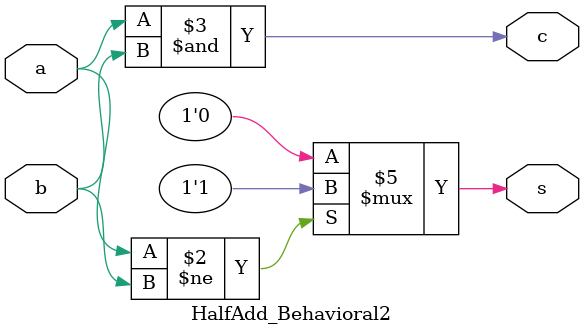
<source format=v>
/******************
* Half Adder      *
* Behavioural      *
* Specification 2 *
*******************/

module HalfAdd_Behavioral2 (
    a, b, c,s
);
input a,b;
output c;
output reg s;
always @(a,b) begin
    if(a!=b)
        s=1;
    else
     s=0;
end
assign c=a&b;

endmodule
</source>
